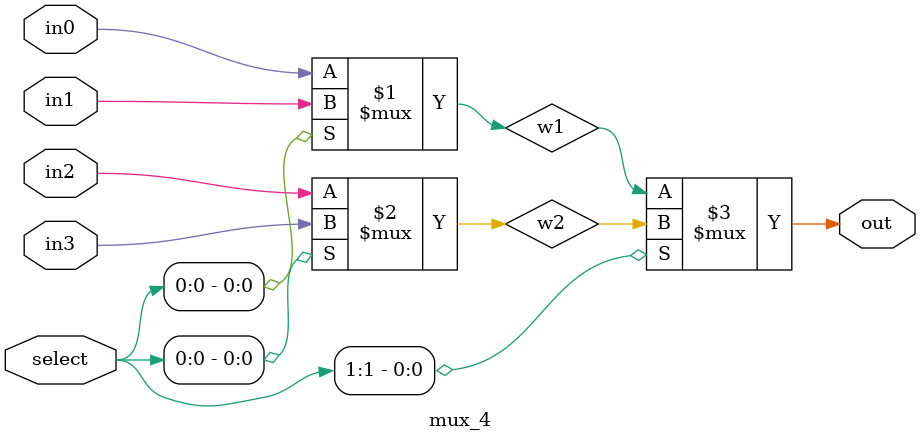
<source format=v>
module mux_4(out, select, in0, in1, in2, in3);
    input [1:0] select;
    input in0, in1, in2, in3;
    output out;
    wire w1, w2;

    assign w1 = select[0] ? in1 : in0;
    assign w2 = select[0] ? in3 : in2;
    assign out = select[1] ? w2 : w1;
endmodule
</source>
